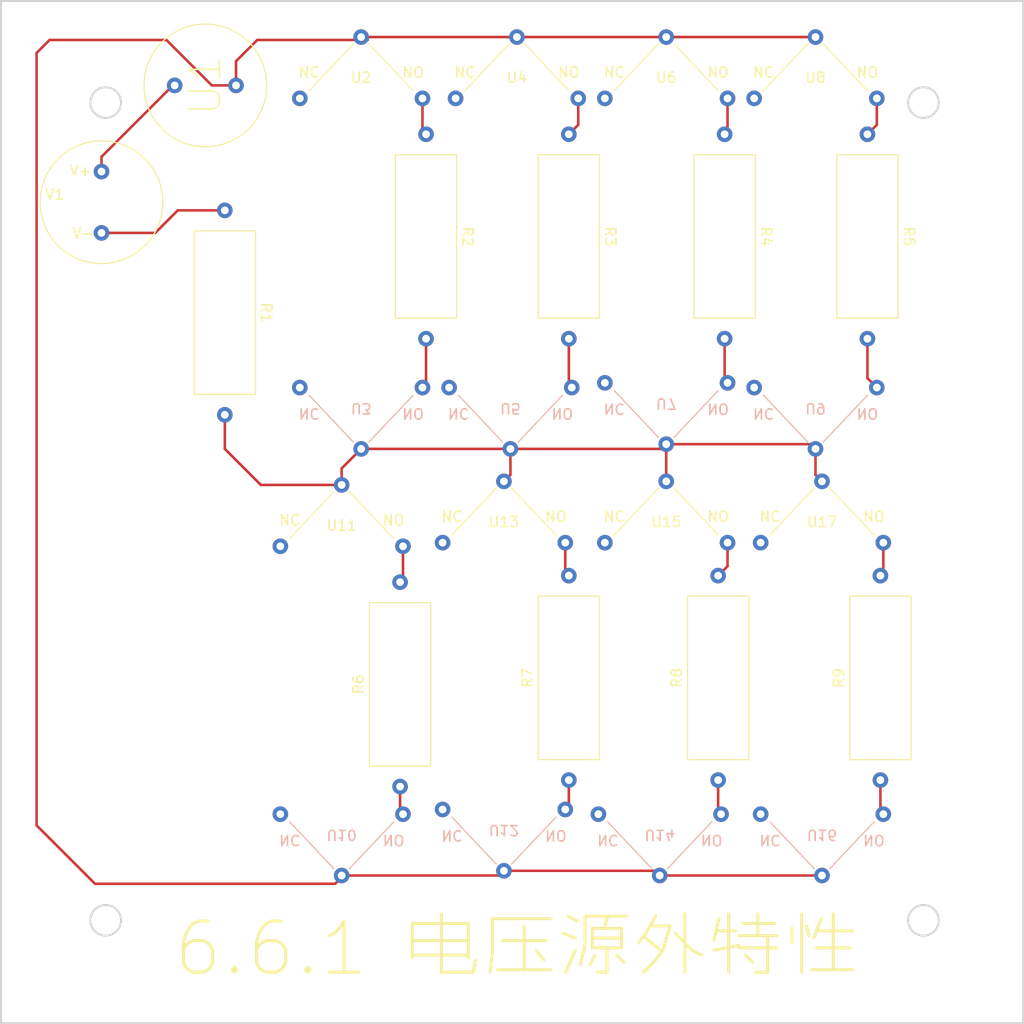
<source format=kicad_pcb>
(kicad_pcb (version 20211014) (generator pcbnew)
  (layers (0 "F.Cu" signal) (31 "B.Cu" signal) (34 "B.Paste" user) (35 "F.Paste" user) (36 "B.SilkS" user "B.Silkscreen") (37 "F.SilkS" user "F.Silkscreen") (38 "B.Mask" user) (39 "F.Mask" user) (44 "Edge.Cuts" user))
  (net 0 "")
  (net 1 "Net-(V1-Pad2)")
  (net 2 "Net-(U3-Pad1)")
  (net 3 "Net-(U2-Pad3)")
  (net 4 "Net-(U3-Pad3)")
  (net 5 "Net-(R3-Pad1)")
  (net 6 "Net-(R3-Pad2)")
  (net 7 "Net-(U6-Pad3)")
  (net 8 "Net-(U7-Pad3)")
  (net 9 "Net-(U8-Pad3)")
  (net 10 "Net-(U9-Pad3)")
  (net 11 "Net-(U10-Pad3)")
  (net 12 "Net-(R6-Pad2)")
  (net 13 "Net-(U12-Pad3)")
  (net 14 "Net-(U13-Pad3)")
  (net 15 "Net-(R8-Pad1)")
  (net 16 "Net-(U15-Pad3)")
  (net 17 "Net-(R9-Pad1)")
  (net 18 "Net-(U17-Pad3)")
  (net 19 "Net-(U1-Pad1)")
  (net 20 "Net-(U1-Pad2)")
  (footprint "test2021:RLy" (layer "F.Cu") (at 46.99 21.59)
    (fp_text reference "U2" (at 0 -2.032 unlocked) (layer "F.SilkS"))
    (fp_text value "Rly")
    (fp_text user "NC" (at -5.08 -2.54 unlocked) (layer "F.SilkS"))
    (fp_text user "NO" (at 5.08 -2.54 unlocked) (layer "F.SilkS"))
    (fp_line (start -0.762 -5.334) (end -5.08 -0.762) (layer "F.SilkS") (width 0.12))
    (fp_line (start 0.762 -5.334) (end 5.08 -0.762) (layer "F.SilkS") (width 0.12))
    (pad "1" thru_hole circle (at 0 -6) (size 1.524 1.524) (drill 0.762) (layers *.Cu *.Mask) (net 20 "Net-(U1-Pad2)"))
    (pad "2" thru_hole circle (at -6 0) (size 1.524 1.524) (drill 0.762) (layers *.Cu *.Mask))
    (pad "3" thru_hole circle (at 6 0) (size 1.524 1.524) (drill 0.762) (layers *.Cu *.Mask) (net 3 "Net-(U2-Pad3)"))
  )
  (footprint "test2021:RLy" (layer "F.Cu") (at 92.075 65.055)
    (fp_text reference "U17" (at 0 -2.032 unlocked) (layer "F.SilkS"))
    (fp_text value "Rly")
    (fp_text user "NO" (at 5.08 -2.54 unlocked) (layer "F.SilkS"))
    (fp_text user "NC" (at -5.08 -2.54 unlocked) (layer "F.SilkS"))
    (fp_line (start 0.762 -5.334) (end 5.08 -0.762) (layer "F.SilkS") (width 0.12))
    (fp_line (start -0.762 -5.334) (end -5.08 -0.762) (layer "F.SilkS") (width 0.12))
    (pad "1" thru_hole circle (at 0 -6) (size 1.524 1.524) (drill 0.762) (layers *.Cu *.Mask) (net 2 "Net-(U3-Pad1)"))
    (pad "2" thru_hole circle (at -6 0) (size 1.524 1.524) (drill 0.762) (layers *.Cu *.Mask))
    (pad "3" thru_hole circle (at 6 0) (size 1.524 1.524) (drill 0.762) (layers *.Cu *.Mask) (net 18 "Net-(U17-Pad3)"))
  )
  (footprint "test2021:R" (layer "F.Cu") (at 67.31 78.28 90)
    (fp_text reference "R7" (at 0 -4.064 90 unlocked) (layer "F.SilkS"))
    (fp_text value "R")
    (fp_rect (start -8 -3) (end 8 3) (layer "F.SilkS") (width 0.12) (fill none))
    (pad "1" thru_hole circle (at -10 0 90) (size 1.524 1.524) (drill 0.762) (layers *.Cu *.Mask) (net 13 "Net-(U12-Pad3)"))
    (pad "2" thru_hole circle (at 10 0 90) (size 1.524 1.524) (drill 0.762) (layers *.Cu *.Mask) (net 14 "Net-(U13-Pad3)"))
  )
  (footprint "test2021:R" (layer "F.Cu") (at 67.31 35.1 -90)
    (fp_text reference "R3" (at 0 -4.064 -90 unlocked) (layer "F.SilkS"))
    (fp_text value "R")
    (fp_rect (start -8 -3) (end 8 3) (layer "F.SilkS") (width 0.12) (fill none))
    (pad "1" thru_hole circle (at -10 0 270) (size 1.524 1.524) (drill 0.762) (layers *.Cu *.Mask) (net 5 "Net-(R3-Pad1)"))
    (pad "2" thru_hole circle (at 10 0 270) (size 1.524 1.524) (drill 0.762) (layers *.Cu *.Mask) (net 6 "Net-(R3-Pad2)"))
  )
  (footprint "test2021:RLy" (layer "F.Cu") (at 45.085 65.405)
    (fp_text reference "U11" (at 0 -2.032 unlocked) (layer "F.SilkS"))
    (fp_text value "Rly")
    (fp_text user "NC" (at -5.08 -2.54 unlocked) (layer "F.SilkS"))
    (fp_text user "NO" (at 5.08 -2.54 unlocked) (layer "F.SilkS"))
    (fp_line (start 0.762 -5.334) (end 5.08 -0.762) (layer "F.SilkS") (width 0.12))
    (fp_line (start -0.762 -5.334) (end -5.08 -0.762) (layer "F.SilkS") (width 0.12))
    (pad "1" thru_hole circle (at 0 -6) (size 1.524 1.524) (drill 0.762) (layers *.Cu *.Mask) (net 2 "Net-(U3-Pad1)"))
    (pad "2" thru_hole circle (at -6 0) (size 1.524 1.524) (drill 0.762) (layers *.Cu *.Mask))
    (pad "3" thru_hole circle (at 6 0) (size 1.524 1.524) (drill 0.762) (layers *.Cu *.Mask) (net 12 "Net-(R6-Pad2)"))
  )
  (footprint "test2021:RLy" (layer "F.Cu") (at 76.835 21.59)
    (fp_text reference "U6" (at 0 -2.032 unlocked) (layer "F.SilkS"))
    (fp_text value "Rly")
    (fp_text user "NC" (at -5.08 -2.54 unlocked) (layer "F.SilkS"))
    (fp_text user "NO" (at 5.08 -2.54 unlocked) (layer "F.SilkS"))
    (fp_line (start 0.762 -5.334) (end 5.08 -0.762) (layer "F.SilkS") (width 0.12))
    (fp_line (start -0.762 -5.334) (end -5.08 -0.762) (layer "F.SilkS") (width 0.12))
    (pad "1" thru_hole circle (at 0 -6) (size 1.524 1.524) (drill 0.762) (layers *.Cu *.Mask) (net 20 "Net-(U1-Pad2)"))
    (pad "2" thru_hole circle (at -6 0) (size 1.524 1.524) (drill 0.762) (layers *.Cu *.Mask))
    (pad "3" thru_hole circle (at 6 0) (size 1.524 1.524) (drill 0.762) (layers *.Cu *.Mask) (net 7 "Net-(U6-Pad3)"))
  )
  (footprint "test2021:RLy" (layer "F.Cu") (at 76.835 65.055)
    (fp_text reference "U15" (at 0 -2.032 unlocked) (layer "F.SilkS"))
    (fp_text value "Rly")
    (fp_text user "NO" (at 5.08 -2.54 unlocked) (layer "F.SilkS"))
    (fp_text user "NC" (at -5.08 -2.54 unlocked) (layer "F.SilkS"))
    (fp_line (start 0.762 -5.334) (end 5.08 -0.762) (layer "F.SilkS") (width 0.12))
    (fp_line (start -0.762 -5.334) (end -5.08 -0.762) (layer "F.SilkS") (width 0.12))
    (pad "1" thru_hole circle (at 0 -6) (size 1.524 1.524) (drill 0.762) (layers *.Cu *.Mask) (net 2 "Net-(U3-Pad1)"))
    (pad "2" thru_hole circle (at -6 0) (size 1.524 1.524) (drill 0.762) (layers *.Cu *.Mask))
    (pad "3" thru_hole circle (at 6 0) (size 1.524 1.524) (drill 0.762) (layers *.Cu *.Mask) (net 16 "Net-(U15-Pad3)"))
  )
  (footprint "test2021:R" (layer "F.Cu") (at 82.55 35.1 -90)
    (fp_text reference "R4" (at 0 -4.064 -90 unlocked) (layer "F.SilkS"))
    (fp_text value "R")
    (fp_rect (start -8 -3) (end 8 3) (layer "F.SilkS") (width 0.12) (fill none))
    (pad "1" thru_hole circle (at -10 0 270) (size 1.524 1.524) (drill 0.762) (layers *.Cu *.Mask) (net 7 "Net-(U6-Pad3)"))
    (pad "2" thru_hole circle (at 10 0 270) (size 1.524 1.524) (drill 0.762) (layers *.Cu *.Mask) (net 8 "Net-(U7-Pad3)"))
  )
  (footprint "test2021:Multimeter" (layer "F.Cu") (at 31.75 20.32 90)
    (fp_text reference "U1" (at 0 0 90 unlocked) (layer "F.SilkS") (effects (font (size 3 3))))
    (fp_text value "mA")
    (fp_circle (center 0 0) (end 6 0) (layer "F.SilkS") (width 0.12) (fill none))
    (pad "1" thru_hole circle (at 0 -3 90) (size 1.524 1.524) (drill 0.762) (layers *.Cu *.Mask) (net 19 "Net-(U1-Pad1)"))
    (pad "2" thru_hole circle (at 0 3 90) (size 1.524 1.524) (drill 0.762) (layers *.Cu *.Mask) (net 20 "Net-(U1-Pad2)"))
  )
  (footprint "test2021:R" (layer "F.Cu") (at 50.8 78.915 90)
    (fp_text reference "R6" (at 0 -4.064 90 unlocked) (layer "F.SilkS"))
    (fp_text value "R")
    (fp_rect (start -8 -3) (end 8 3) (layer "F.SilkS") (width 0.12) (fill none))
    (pad "1" thru_hole circle (at -10 0 90) (size 1.524 1.524) (drill 0.762) (layers *.Cu *.Mask) (net 11 "Net-(U10-Pad3)"))
    (pad "2" thru_hole circle (at 10 0 90) (size 1.524 1.524) (drill 0.762) (layers *.Cu *.Mask) (net 12 "Net-(R6-Pad2)"))
  )
  (footprint "test2021:RLy" (layer "F.Cu") (at 62.23 21.59)
    (fp_text reference "U4" (at 0 -2.032 unlocked) (layer "F.SilkS"))
    (fp_text value "Rly")
    (fp_text user "NC" (at -5.08 -2.54 unlocked) (layer "F.SilkS"))
    (fp_text user "NO" (at 5.08 -2.54 unlocked) (layer "F.SilkS"))
    (fp_line (start -0.762 -5.334) (end -5.08 -0.762) (layer "F.SilkS") (width 0.12))
    (fp_line (start 0.762 -5.334) (end 5.08 -0.762) (layer "F.SilkS") (width 0.12))
    (pad "1" thru_hole circle (at 0 -6) (size 1.524 1.524) (drill 0.762) (layers *.Cu *.Mask) (net 20 "Net-(U1-Pad2)"))
    (pad "2" thru_hole circle (at -6 0) (size 1.524 1.524) (drill 0.762) (layers *.Cu *.Mask))
    (pad "3" thru_hole circle (at 6 0) (size 1.524 1.524) (drill 0.762) (layers *.Cu *.Mask) (net 5 "Net-(R3-Pad1)"))
  )
  (footprint "test2021:R" (layer "F.Cu") (at 96.52 35.1 -90)
    (fp_text reference "R5" (at 0 -4.064 -90 unlocked) (layer "F.SilkS"))
    (fp_text value "R")
    (fp_rect (start -8 -3) (end 8 3) (layer "F.SilkS") (width 0.12) (fill none))
    (pad "1" thru_hole circle (at -10 0 270) (size 1.524 1.524) (drill 0.762) (layers *.Cu *.Mask) (net 9 "Net-(U8-Pad3)"))
    (pad "2" thru_hole circle (at 10 0 270) (size 1.524 1.524) (drill 0.762) (layers *.Cu *.Mask) (net 10 "Net-(U9-Pad3)"))
  )
  (footprint "test2021:Vs" (layer "F.Cu") (at 21.59 31.75)
    (fp_text reference "V1" (at -4.572 -0.762 unlocked) (layer "F.SilkS"))
    (fp_text value "Es")
    (fp_text user "V-" (at -1.778 3.048 unlocked) (layer "F.SilkS"))
    (fp_text user "V+" (at -2.032 -3.048 unlocked) (layer "F.SilkS"))
    (fp_circle (center 0 0) (end 6 0) (layer "F.SilkS") (width 0.12) (fill none))
    (pad "1" thru_hole circle (at 0 -3) (size 1.524 1.524) (drill 0.762) (layers *.Cu *.Mask) (net 19 "Net-(U1-Pad1)"))
    (pad "2" thru_hole circle (at 0 3) (size 1.524 1.524) (drill 0.762) (layers *.Cu *.Mask) (net 1 "Net-(V1-Pad2)"))
  )
  (footprint "test2021:R" (layer "F.Cu") (at 81.915 78.28 90)
    (fp_text reference "R8" (at 0 -4.064 90 unlocked) (layer "F.SilkS"))
    (fp_text value "R")
    (fp_rect (start -8 -3) (end 8 3) (layer "F.SilkS") (width 0.12) (fill none))
    (pad "1" thru_hole circle (at -10 0 90) (size 1.524 1.524) (drill 0.762) (layers *.Cu *.Mask) (net 15 "Net-(R8-Pad1)"))
    (pad "2" thru_hole circle (at 10 0 90) (size 1.524 1.524) (drill 0.762) (layers *.Cu *.Mask) (net 16 "Net-(U15-Pad3)"))
  )
  (footprint "test2021:R" (layer "F.Cu") (at 53.34 35.1 -90)
    (fp_text reference "R2" (at 0 -4.064 -90 unlocked) (layer "F.SilkS"))
    (fp_text value "R")
    (fp_rect (start -8 -3) (end 8 3) (layer "F.SilkS") (width 0.12) (fill none))
    (pad "1" thru_hole circle (at -10 0 270) (size 1.524 1.524) (drill 0.762) (layers *.Cu *.Mask) (net 3 "Net-(U2-Pad3)"))
    (pad "2" thru_hole circle (at 10 0 270) (size 1.524 1.524) (drill 0.762) (layers *.Cu *.Mask) (net 4 "Net-(U3-Pad3)"))
  )
  (footprint "test2021:R" (layer "F.Cu") (at 97.79 78.28 90)
    (fp_text reference "R9" (at 0 -4.064 90 unlocked) (layer "F.SilkS"))
    (fp_text value "R")
    (fp_rect (start -8 -3) (end 8 3) (layer "F.SilkS") (width 0.12) (fill none))
    (pad "1" thru_hole circle (at -10 0 90) (size 1.524 1.524) (drill 0.762) (layers *.Cu *.Mask) (net 17 "Net-(R9-Pad1)"))
    (pad "2" thru_hole circle (at 10 0 90) (size 1.524 1.524) (drill 0.762) (layers *.Cu *.Mask) (net 18 "Net-(U17-Pad3)"))
  )
  (footprint "test2021:RLy" (layer "F.Cu") (at 60.96 65.055)
    (fp_text reference "U13" (at 0 -2.032 unlocked) (layer "F.SilkS"))
    (fp_text value "Rly")
    (fp_text user "NC" (at -5.08 -2.54 unlocked) (layer "F.SilkS"))
    (fp_text user "NO" (at 5.08 -2.54 unlocked) (layer "F.SilkS"))
    (fp_line (start -0.762 -5.334) (end -5.08 -0.762) (layer "F.SilkS") (width 0.12))
    (fp_line (start 0.762 -5.334) (end 5.08 -0.762) (layer "F.SilkS") (width 0.12))
    (pad "1" thru_hole circle (at 0 -6) (size 1.524 1.524) (drill 0.762) (layers *.Cu *.Mask) (net 2 "Net-(U3-Pad1)"))
    (pad "2" thru_hole circle (at -6 0) (size 1.524 1.524) (drill 0.762) (layers *.Cu *.Mask))
    (pad "3" thru_hole circle (at 6 0) (size 1.524 1.524) (drill 0.762) (layers *.Cu *.Mask) (net 14 "Net-(U13-Pad3)"))
  )
  (footprint "test2021:R" (layer "F.Cu") (at 33.655 42.545 -90)
    (fp_text reference "R1" (at 0 -4.064 -90 unlocked) (layer "F.SilkS"))
    (fp_text value "R")
    (fp_rect (start -8 -3) (end 8 3) (layer "F.SilkS") (width 0.12) (fill none))
    (pad "1" thru_hole circle (at -10 0 270) (size 1.524 1.524) (drill 0.762) (layers *.Cu *.Mask) (net 1 "Net-(V1-Pad2)"))
    (pad "2" thru_hole circle (at 10 0 270) (size 1.524 1.524) (drill 0.762) (layers *.Cu *.Mask) (net 2 "Net-(U3-Pad1)"))
  )
  (footprint "test2021:RLy" (layer "F.Cu") (at 91.44 21.59)
    (fp_text reference "U8" (at 0 -2.032 unlocked) (layer "F.SilkS"))
    (fp_text value "Rly")
    (fp_text user "NC" (at -5.08 -2.54 unlocked) (layer "F.SilkS"))
    (fp_text user "NO" (at 5.08 -2.54 unlocked) (layer "F.SilkS"))
    (fp_line (start -0.762 -5.334) (end -5.08 -0.762) (layer "F.SilkS") (width 0.12))
    (fp_line (start 0.762 -5.334) (end 5.08 -0.762) (layer "F.SilkS") (width 0.12))
    (pad "1" thru_hole circle (at 0 -6) (size 1.524 1.524) (drill 0.762) (layers *.Cu *.Mask) (net 20 "Net-(U1-Pad2)"))
    (pad "2" thru_hole circle (at -6 0) (size 1.524 1.524) (drill 0.762) (layers *.Cu *.Mask))
    (pad "3" thru_hole circle (at 6 0) (size 1.524 1.524) (drill 0.762) (layers *.Cu *.Mask) (net 9 "Net-(U8-Pad3)"))
  )
  (footprint "test2021:RLy" (layer "B.Cu") (at 76.2 91.615)
    (fp_text reference "U14" (at 0 2.032 180 unlocked) (layer "B.SilkS") (effects (justify mirror)))
    (fp_text value "Rly")
    (fp_text user "NO" (at 5.08 2.54 180 unlocked) (layer "B.SilkS") (effects (justify mirror)))
    (fp_text user "NC" (at -5.08 2.54 180 unlocked) (layer "B.SilkS") (effects (justify mirror)))
    (fp_line (start -0.762 5.334) (end -5.08 0.762) (layer "B.SilkS") (width 0.12))
    (fp_line (start 0.762 5.334) (end 5.08 0.762) (layer "B.SilkS") (width 0.12))
    (pad "1" thru_hole circle (at 0 6) (size 1.524 1.524) (drill 0.762) (layers *.Cu *.Mask) (net 20 "Net-(U1-Pad2)"))
    (pad "2" thru_hole circle (at -6 0) (size 1.524 1.524) (drill 0.762) (layers *.Cu *.Mask))
    (pad "3" thru_hole circle (at 6 0) (size 1.524 1.524) (drill 0.762) (layers *.Cu *.Mask) (net 15 "Net-(R8-Pad1)"))
  )
  (footprint "test2021:RLy" (layer "B.Cu") (at 61.595 49.88)
    (fp_text reference "U5" (at 0 2.032 180 unlocked) (layer "B.SilkS") (effects (justify mirror)))
    (fp_text value "Rly")
    (fp_text user "NO" (at 5.08 2.54 180 unlocked) (layer "B.SilkS") (effects (justify mirror)))
    (fp_text user "NC" (at -5.08 2.54 180 unlocked) (layer "B.SilkS") (effects (justify mirror)))
    (fp_line (start 0.762 5.334) (end 5.08 0.762) (layer "B.SilkS") (width 0.12))
    (fp_line (start -0.762 5.334) (end -5.08 0.762) (layer "B.SilkS") (width 0.12))
    (pad "1" thru_hole circle (at 0 6) (size 1.524 1.524) (drill 0.762) (layers *.Cu *.Mask) (net 2 "Net-(U3-Pad1)"))
    (pad "2" thru_hole circle (at -6 0) (size 1.524 1.524) (drill 0.762) (layers *.Cu *.Mask))
    (pad "3" thru_hole circle (at 6 0) (size 1.524 1.524) (drill 0.762) (layers *.Cu *.Mask) (net 6 "Net-(R3-Pad2)"))
  )
  (footprint "test2021:RLy" (layer "B.Cu") (at 91.44 49.88)
    (fp_text reference "U9" (at 0 2.032 180 unlocked) (layer "B.SilkS") (effects (justify mirror)))
    (fp_text value "Rly")
    (fp_text user "NC" (at -5.08 2.54 180 unlocked) (layer "B.SilkS") (effects (justify mirror)))
    (fp_text user "NO" (at 5.08 2.54 180 unlocked) (layer "B.SilkS") (effects (justify mirror)))
    (fp_line (start -0.762 5.334) (end -5.08 0.762) (layer "B.SilkS") (width 0.12))
    (fp_line (start 0.762 5.334) (end 5.08 0.762) (layer "B.SilkS") (width 0.12))
    (pad "1" thru_hole circle (at 0 6) (size 1.524 1.524) (drill 0.762) (layers *.Cu *.Mask) (net 2 "Net-(U3-Pad1)"))
    (pad "2" thru_hole circle (at -6 0) (size 1.524 1.524) (drill 0.762) (layers *.Cu *.Mask))
    (pad "3" thru_hole circle (at 6 0) (size 1.524 1.524) (drill 0.762) (layers *.Cu *.Mask) (net 10 "Net-(U9-Pad3)"))
  )
  (footprint "test2021:RLy" (layer "B.Cu") (at 60.96 91.155)
    (fp_text reference "U12" (at 0 2.032 180 unlocked) (layer "B.SilkS") (effects (justify mirror)))
    (fp_text value "Rly")
    (fp_text user "NC" (at -5.08 2.54 180 unlocked) (layer "B.SilkS") (effects (justify mirror)))
    (fp_text user "NO" (at 5.08 2.54 180 unlocked) (layer "B.SilkS") (effects (justify mirror)))
    (fp_line (start 0.762 5.334) (end 5.08 0.762) (layer "B.SilkS") (width 0.12))
    (fp_line (start -0.762 5.334) (end -5.08 0.762) (layer "B.SilkS") (width 0.12))
    (pad "1" thru_hole circle (at 0 6) (size 1.524 1.524) (drill 0.762) (layers *.Cu *.Mask) (net 20 "Net-(U1-Pad2)"))
    (pad "2" thru_hole circle (at -6 0) (size 1.524 1.524) (drill 0.762) (layers *.Cu *.Mask))
    (pad "3" thru_hole circle (at 6 0) (size 1.524 1.524) (drill 0.762) (layers *.Cu *.Mask) (net 13 "Net-(U12-Pad3)"))
  )
  (footprint "test2021:RLy" (layer "B.Cu") (at 76.835 49.42)
    (fp_text reference "U7" (at 0 2.032 180 unlocked) (layer "B.SilkS") (effects (justify mirror)))
    (fp_text value "Rly")
    (fp_text user "NC" (at -5.08 2.54 180 unlocked) (layer "B.SilkS") (effects (justify mirror)))
    (fp_text user "NO" (at 5.08 2.54 180 unlocked) (layer "B.SilkS") (effects (justify mirror)))
    (fp_line (start 0.762 5.334) (end 5.08 0.762) (layer "B.SilkS") (width 0.12))
    (fp_line (start -0.762 5.334) (end -5.08 0.762) (layer "B.SilkS") (width 0.12))
    (pad "1" thru_hole circle (at 0 6) (size 1.524 1.524) (drill 0.762) (layers *.Cu *.Mask) (net 2 "Net-(U3-Pad1)"))
    (pad "2" thru_hole circle (at -6 0) (size 1.524 1.524) (drill 0.762) (layers *.Cu *.Mask))
    (pad "3" thru_hole circle (at 6 0) (size 1.524 1.524) (drill 0.762) (layers *.Cu *.Mask) (net 8 "Net-(U7-Pad3)"))
  )
  (footprint "test2021:RLy" (layer "B.Cu") (at 45.085 91.615)
    (fp_text reference "U10" (at 0 2.032 180 unlocked) (layer "B.SilkS") (effects (justify mirror)))
    (fp_text value "Rly")
    (fp_text user "NC" (at -5.08 2.54 180 unlocked) (layer "B.SilkS") (effects (justify mirror)))
    (fp_text user "NO" (at 5.08 2.54 180 unlocked) (layer "B.SilkS") (effects (justify mirror)))
    (fp_line (start -0.762 5.334) (end -5.08 0.762) (layer "B.SilkS") (width 0.12))
    (fp_line (start 0.762 5.334) (end 5.08 0.762) (layer "B.SilkS") (width 0.12))
    (pad "1" thru_hole circle (at 0 6) (size 1.524 1.524) (drill 0.762) (layers *.Cu *.Mask) (net 20 "Net-(U1-Pad2)"))
    (pad "2" thru_hole circle (at -6 0) (size 1.524 1.524) (drill 0.762) (layers *.Cu *.Mask))
    (pad "3" thru_hole circle (at 6 0) (size 1.524 1.524) (drill 0.762) (layers *.Cu *.Mask) (net 11 "Net-(U10-Pad3)"))
  )
  (footprint "test2021:RLy" (layer "B.Cu") (at 46.99 49.88)
    (fp_text reference "U3" (at 0 2.032 180 unlocked) (layer "B.SilkS") (effects (justify mirror)))
    (fp_text value "Rly")
    (fp_text user "NC" (at -5.08 2.54 180 unlocked) (layer "B.SilkS") (effects (justify mirror)))
    (fp_text user "NO" (at 5.08 2.54 180 unlocked) (layer "B.SilkS") (effects (justify mirror)))
    (fp_line (start -0.762 5.334) (end -5.08 0.762) (layer "B.SilkS") (width 0.12))
    (fp_line (start 0.762 5.334) (end 5.08 0.762) (layer "B.SilkS") (width 0.12))
    (pad "1" thru_hole circle (at 0 6) (size 1.524 1.524) (drill 0.762) (layers *.Cu *.Mask) (net 2 "Net-(U3-Pad1)"))
    (pad "2" thru_hole circle (at -6 0) (size 1.524 1.524) (drill 0.762) (layers *.Cu *.Mask))
    (pad "3" thru_hole circle (at 6 0) (size 1.524 1.524) (drill 0.762) (layers *.Cu *.Mask) (net 4 "Net-(U3-Pad3)"))
  )
  (footprint "test2021:RLy" (layer "B.Cu") (at 92.075 91.615)
    (fp_text reference "U16" (at 0 2.032 180 unlocked) (layer "B.SilkS") (effects (justify mirror)))
    (fp_text value "Rly")
    (fp_text user "NC" (at -5.08 2.54 180 unlocked) (layer "B.SilkS") (effects (justify mirror)))
    (fp_text user "NO" (at 5.08 2.54 180 unlocked) (layer "B.SilkS") (effects (justify mirror)))
    (fp_line (start -0.762 5.334) (end -5.08 0.762) (layer "B.SilkS") (width 0.12))
    (fp_line (start 0.762 5.334) (end 5.08 0.762) (layer "B.SilkS") (width 0.12))
    (pad "1" thru_hole circle (at 0 6) (size 1.524 1.524) (drill 0.762) (layers *.Cu *.Mask) (net 20 "Net-(U1-Pad2)"))
    (pad "2" thru_hole circle (at -6 0) (size 1.524 1.524) (drill 0.762) (layers *.Cu *.Mask))
    (pad "3" thru_hole circle (at 6 0) (size 1.524 1.524) (drill 0.762) (layers *.Cu *.Mask) (net 17 "Net-(R9-Pad1)"))
  )
  (gr_rect (start 11.76 12.065) (end 111.76 112.065) (layer "Edge.Cuts") (width 0.2) (fill none))
  (gr_circle (center 22 22) (end 23.5 22) (layer "Edge.Cuts") (width 0.2) (fill none))
  (gr_circle (center 102 102) (end 103.5 102) (layer "Edge.Cuts") (width 0.2) (fill none))
  (gr_circle (center 102 22) (end 103.5 22) (layer "Edge.Cuts") (width 0.2) (fill none))
  (gr_circle (center 22 102) (end 23.5 102) (layer "Edge.Cuts") (width 0.2) (fill none))
  (gr_text "6.6.1 电压源外特性" (at 62.23 104.775) (layer "F.SilkS") (effects (font (size 5 5) (thickness 0.3))))
  (segment (start 26.845 34.75) (end 29.05 32.545) (width 0.25) (layer "F.Cu") (net 1))
  (segment (start 29.05 32.545) (end 33.655 32.545) (width 0.25) (layer "F.Cu") (net 1))
  (segment (start 21.59 34.75) (end 26.845 34.75) (width 0.25) (layer "F.Cu") (net 1))
  (segment (start 45.085 57.785) (end 46.99 55.88) (width 0.25) (layer "F.Cu") (net 2))
  (segment (start 33.655 55.88) (end 37.18 59.405) (width 0.25) (layer "F.Cu") (net 2))
  (segment (start 46.99 55.88) (end 61.595 55.88) (width 0.25) (layer "F.Cu") (net 2))
  (segment (start 76.835 55.42) (end 90.98 55.42) (width 0.25) (layer "F.Cu") (net 2))
  (segment (start 76.835 55.42) (end 76.835 59.055) (width 0.25) (layer "F.Cu") (net 2))
  (segment (start 61.595 55.88) (end 61.595 58.42) (width 0.25) (layer "F.Cu") (net 2))
  (segment (start 61.595 58.42) (end 60.96 59.055) (width 0.25) (layer "F.Cu") (net 2))
  (segment (start 90.98 55.42) (end 91.44 55.88) (width 0.25) (layer "F.Cu") (net 2))
  (segment (start 91.44 55.88) (end 91.44 58.42) (width 0.25) (layer "F.Cu") (net 2))
  (segment (start 37.18 59.405) (end 45.085 59.405) (width 0.25) (layer "F.Cu") (net 2))
  (segment (start 33.655 52.545) (end 33.655 55.88) (width 0.25) (layer "F.Cu") (net 2))
  (segment (start 61.595 55.88) (end 76.375 55.88) (width 0.25) (layer "F.Cu") (net 2))
  (segment (start 91.44 58.42) (end 92.075 59.055) (width 0.25) (layer "F.Cu") (net 2))
  (segment (start 76.375 55.88) (end 76.835 55.42) (width 0.25) (layer "F.Cu") (net 2))
  (segment (start 45.085 59.405) (end 45.085 57.785) (width 0.25) (layer "F.Cu") (net 2))
  (segment (start 52.99 21.59) (end 52.99 24.75) (width 0.25) (layer "F.Cu") (net 3))
  (segment (start 52.99 24.75) (end 53.34 25.1) (width 0.25) (layer "F.Cu") (net 3))
  (segment (start 53.34 45.1) (end 53.34 49.53) (width 0.25) (layer "F.Cu") (net 4))
  (segment (start 53.34 49.53) (end 52.99 49.88) (width 0.25) (layer "F.Cu") (net 4))
  (segment (start 68.23 21.59) (end 68.23 24.18) (width 0.25) (layer "F.Cu") (net 5))
  (segment (start 68.23 24.18) (end 67.31 25.1) (width 0.25) (layer "F.Cu") (net 5))
  (segment (start 67.31 49.595) (end 67.595 49.88) (width 0.25) (layer "F.Cu") (net 6))
  (segment (start 67.31 45.1) (end 67.31 49.595) (width 0.25) (layer "F.Cu") (net 6))
  (segment (start 82.835 24.815) (end 82.55 25.1) (width 0.25) (layer "F.Cu") (net 7))
  (segment (start 82.835 21.59) (end 82.835 24.815) (width 0.25) (layer "F.Cu") (net 7))
  (segment (start 82.55 49.135) (end 82.835 49.42) (width 0.25) (layer "F.Cu") (net 8))
  (segment (start 82.55 45.1) (end 82.55 49.135) (width 0.25) (layer "F.Cu") (net 8))
  (segment (start 97.44 24.18) (end 96.52 25.1) (width 0.25) (layer "F.Cu") (net 9))
  (segment (start 97.44 21.59) (end 97.44 24.18) (width 0.25) (layer "F.Cu") (net 9))
  (segment (start 96.52 48.96) (end 97.44 49.88) (width 0.25) (layer "F.Cu") (net 10))
  (segment (start 96.52 45.1) (end 96.52 48.96) (width 0.25) (layer "F.Cu") (net 10))
  (segment (start 50.8 91.33) (end 51.085 91.615) (width 0.25) (layer "F.Cu") (net 11))
  (segment (start 50.8 88.915) (end 50.8 91.33) (width 0.25) (layer "F.Cu") (net 11))
  (segment (start 51.085 65.405) (end 51.085 68.63) (width 0.25) (layer "F.Cu") (net 12))
  (segment (start 51.085 68.63) (end 50.8 68.915) (width 0.25) (layer "F.Cu") (net 12))
  (segment (start 67.31 90.805) (end 66.96 91.155) (width 0.25) (layer "F.Cu") (net 13))
  (segment (start 67.31 88.28) (end 67.31 90.805) (width 0.25) (layer "F.Cu") (net 13))
  (segment (start 66.96 65.055) (end 66.96 67.93) (width 0.25) (layer "F.Cu") (net 14))
  (segment (start 66.96 67.93) (end 67.31 68.28) (width 0.25) (layer "F.Cu") (net 14))
  (segment (start 81.915 91.33) (end 82.2 91.615) (width 0.25) (layer "F.Cu") (net 15))
  (segment (start 81.915 88.28) (end 81.915 91.33) (width 0.25) (layer "F.Cu") (net 15))
  (segment (start 82.835 67.36) (end 81.915 68.28) (width 0.25) (layer "F.Cu") (net 16))
  (segment (start 82.835 65.055) (end 82.835 67.36) (width 0.25) (layer "F.Cu") (net 16))
  (segment (start 97.79 88.28) (end 97.79 91.33) (width 0.25) (layer "F.Cu") (net 17))
  (segment (start 97.79 91.33) (end 98.075 91.615) (width 0.25) (layer "F.Cu") (net 17))
  (segment (start 98.075 65.055) (end 98.075 67.995) (width 0.25) (layer "F.Cu") (net 18))
  (segment (start 98.075 67.995) (end 97.79 68.28) (width 0.25) (layer "F.Cu") (net 18))
  (segment (start 21.59 27.305) (end 28.575 20.32) (width 0.25) (layer "F.Cu") (net 19))
  (segment (start 21.59 28.75) (end 21.59 27.305) (width 0.25) (layer "F.Cu") (net 19))
  (segment (start 28.575 20.32) (end 28.75 20.32) (width 0.25) (layer "F.Cu") (net 19))
  (segment (start 15.24 17.145) (end 15.24 92.71) (width 0.25) (layer "F.Cu") (net 20))
  (segment (start 46.99 15.59) (end 62.23 15.59) (width 0.25) (layer "F.Cu") (net 20))
  (segment (start 76.2 97.615) (end 92.075 97.615) (width 0.25) (layer "F.Cu") (net 20))
  (segment (start 27.94 15.875) (end 16.51 15.875) (width 0.25) (layer "F.Cu") (net 20))
  (segment (start 60.96 97.155) (end 75.74 97.155) (width 0.25) (layer "F.Cu") (net 20))
  (segment (start 47.34 15.59) (end 46.99 15.59) (width 0.25) (layer "F.Cu") (net 20))
  (segment (start 75.74 97.155) (end 76.2 97.615) (width 0.25) (layer "F.Cu") (net 20))
  (segment (start 62.23 15.59) (end 76.835 15.59) (width 0.25) (layer "F.Cu") (net 20))
  (segment (start 45.085 97.615) (end 60.5 97.615) (width 0.25) (layer "F.Cu") (net 20))
  (segment (start 32.385 20.32) (end 27.94 15.875) (width 0.25) (layer "F.Cu") (net 20))
  (segment (start 45.085 97.79) (end 45.085 97.615) (width 0.25) (layer "F.Cu") (net 20))
  (segment (start 36.83 15.875) (end 47.625 15.875) (width 0.25) (layer "F.Cu") (net 20))
  (segment (start 34.75 20.32) (end 32.385 20.32) (width 0.25) (layer "F.Cu") (net 20))
  (segment (start 34.75 17.955) (end 36.83 15.875) (width 0.25) (layer "F.Cu") (net 20))
  (segment (start 47.625 15.875) (end 47.34 15.59) (width 0.25) (layer "F.Cu") (net 20))
  (segment (start 44.45 98.425) (end 45.085 97.79) (width 0.25) (layer "F.Cu") (net 20))
  (segment (start 76.835 15.59) (end 91.44 15.59) (width 0.25) (layer "F.Cu") (net 20))
  (segment (start 15.24 92.71) (end 20.955 98.425) (width 0.25) (layer "F.Cu") (net 20))
  (segment (start 34.75 20.32) (end 34.75 17.955) (width 0.25) (layer "F.Cu") (net 20))
  (segment (start 20.955 98.425) (end 44.45 98.425) (width 0.25) (layer "F.Cu") (net 20))
  (segment (start 16.51 15.875) (end 15.24 17.145) (width 0.25) (layer "F.Cu") (net 20))
)
</source>
